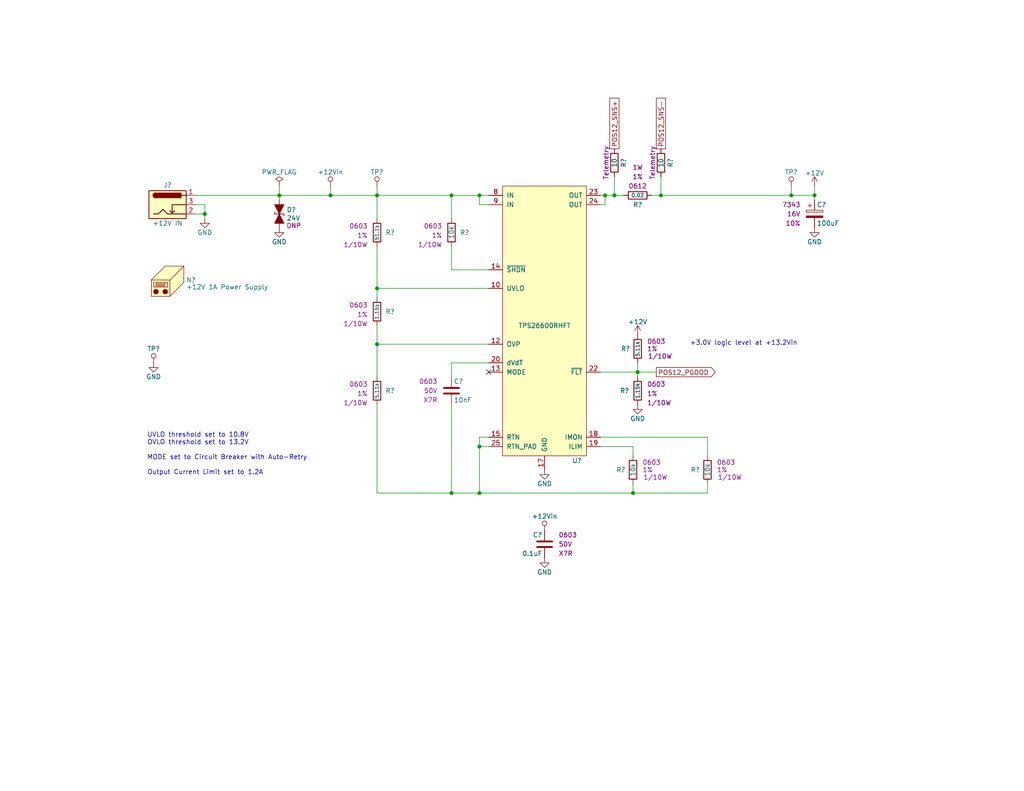
<source format=kicad_sch>
(kicad_sch (version 20230121) (generator eeschema)
  (paper "A")
  (title_block (title "Thermal Camera") (date "2023-11-13") (rev "PRELIM") (company "Drew Maatman and Michael Laffin"))
  (lib_symbols
    (symbol "Connector:Barrel_Jack_Switch" (pin_names hide)
      (property "Reference" "J" (at 0 5.334 0))
      (property "Value" "Barrel_Jack_Switch" (at 0 -5.08 0))
      (symbol "Barrel_Jack_Switch_0_1"
        (rectangle (start -5.08 3.81) (end 5.08 -3.81) (stroke (width 0.254)) (fill (type background)))
        (arc (start -3.302 3.175) (mid -3.9343 2.54) (end -3.302 1.905) (stroke (width 0.254)))
        (arc (start -3.302 3.175) (mid -3.9343 2.54) (end -3.302 1.905) (stroke (width 0.254)) (fill (type outline)))
        (polyline (pts (xy 1.27 -2.286) (xy 1.905 -1.651)) (stroke (width 0.254)))
        (polyline (pts (xy 5.08 2.54) (xy 3.81 2.54)) (stroke (width 0.254)))
        (polyline (pts (xy 5.08 0) (xy 1.27 0) (xy 1.27 -2.286) (xy 0.635 -1.651)) (stroke (width 0.254)))
        (polyline (pts (xy -3.81 -2.54) (xy -2.54 -2.54) (xy -1.27 -1.27) (xy 0 -2.54) (xy 2.54 -2.54) (xy 5.08 -2.54)) (stroke (width 0.254)))
        (rectangle (start 3.683 3.175) (end -3.302 1.905) (stroke (width 0.254)) (fill (type outline)))
      )
      (symbol "Barrel_Jack_Switch_1_1"
        (pin passive line (at 7.62 2.54 180) (length 2.54) (name "~") (number "1"))
        (pin passive line (at 7.62 -2.54 180) (length 2.54) (name "~") (number "2"))
        (pin passive line (at 7.62 0 180) (length 2.54) (name "~") (number "3"))
      )
    )
    (symbol "Custom_Library:+12Vin" (power) (pin_names (offset 0))
      (property "Value" "+12Vin" (at 0 3.81 0))
      (symbol "+12Vin_0_1"
        (polyline (pts (xy 0 0) (xy 0 1.27)))
        (circle (center 0 1.905) (radius 0.635))
      )
      (symbol "+12Vin_1_1"
        (pin power_in line (at 0 0 90) (length 0) hide (name "+12Vin") (number "1"))
      )
    )
    (symbol "Custom_Library:CP_Tant_Custom" (pin_numbers hide) (pin_names (offset 0.254))
      (property "Reference" "C" (at 0.635 2.54 0))
      (property "Value" "CP_Tant_Custom" (at 0.635 -2.54 0))
      (property "display_footprint" "Foot" (at -3.81 2.54 0))
      (property "Voltage" "V" (at -3.81 0 0))
      (property "Tolerance" "Tol" (at -3.81 -2.54 0))
      (symbol "CP_Tant_Custom_0_1"
        (rectangle (start -2.286 0.508) (end -2.286 1.016))
        (rectangle (start -2.286 0.508) (end 2.286 0.508))
        (polyline (pts (xy -1.778 2.286) (xy -0.762 2.286)))
        (polyline (pts (xy -1.27 2.794) (xy -1.27 1.778)))
        (rectangle (start 2.286 -0.508) (end -2.286 -1.016) (fill (type outline)))
        (rectangle (start 2.286 1.016) (end -2.286 1.016))
        (rectangle (start 2.286 1.016) (end 2.286 0.508))
      )
      (symbol "CP_Tant_Custom_1_1"
        (pin passive line (at 0 3.81 270) (length 2.794) (name "~") (number "1"))
        (pin passive line (at 0 -3.81 90) (length 2.794) (name "~") (number "2"))
      )
    )
    (symbol "Custom_Library:C_Custom" (pin_numbers hide) (pin_names (offset 0.254))
      (property "Reference" "C" (at 0.635 2.54 0))
      (property "Value" "C_Custom" (at 0.635 -2.54 0))
      (property "display_footprint" "Foot" (at -3.81 2.54 0))
      (property "Voltage" "V" (at -3.81 0 0))
      (property "Dielectric" "Er" (at -3.81 -2.54 0))
      (symbol "C_Custom_0_1"
        (polyline (pts (xy -2.032 -0.762) (xy 2.032 -0.762)) (stroke (width 0.508)))
        (polyline (pts (xy -2.032 0.762) (xy 2.032 0.762)) (stroke (width 0.508)))
      )
      (symbol "C_Custom_1_1"
        (pin passive line (at 0 3.81 270) (length 2.794) (name "~") (number "1"))
        (pin passive line (at 0 -3.81 90) (length 2.794) (name "~") (number "2"))
      )
    )
    (symbol "Custom_Library:R_Custom" (pin_numbers hide) (pin_names (offset 1.016) hide)
      (property "Reference" "R" (at -2.54 0 90))
      (property "Value" "R_Custom" (at 0 0 90))
      (property "display_footprint" "Foot" (at 2.54 0 90))
      (property "Tolerance" "Tol" (at 5.08 0 90))
      (property "Wattage" "W" (at 7.62 0 90))
      (symbol "R_Custom_0_1"
        (rectangle (start 1.016 2.54) (end -1.016 -2.54) (stroke (width 0.254)))
      )
      (symbol "R_Custom_1_1"
        (pin passive line (at 0 3.81 270) (length 1.27) (name "1") (number "1"))
        (pin passive line (at 0 -3.81 90) (length 1.27) (name "2") (number "2"))
      )
    )
    (symbol "Custom_Library:TP" (pin_numbers hide) (pin_names (offset 0) hide)
      (property "Reference" "TP" (at 0 3.81 0))
      (symbol "TP_0_1"
        (polyline (pts (xy 0 0) (xy 0 1.27)))
        (circle (center 0 1.905) (radius 0.635))
      )
      (symbol "TP_1_1"
        (pin passive line (at 0 0 90) (length 0) (name "TP") (number "1"))
      )
    )
    (symbol "Custom_Library:TPS26600RHFT" (pin_names (offset 1.016))
      (property "Reference" "U" (at 10.16 -36.83 0))
      (property "Value" "TPS26600RHFT" (at 0 0 0))
      (symbol "TPS26600RHFT_0_1"
        (rectangle (start -11.43 38.1) (end 11.43 -35.56) (fill (type background)))
      )
      (symbol "TPS26600RHFT_1_1"
        (pin no_connect line (at 15.24 -16.51 180) (length 3.81) hide (name "NC") (number "1"))
        (pin passive line (at -15.24 10.16 0) (length 3.81) (name "UVLO") (number "10"))
        (pin no_connect line (at 15.24 -25.4 180) (length 3.81) hide (name "NC") (number "11"))
        (pin passive line (at -15.24 -5.08 0) (length 3.81) (name "OVP") (number "12"))
        (pin passive line (at -15.24 -12.7 0) (length 3.81) (name "MODE") (number "13"))
        (pin input line (at -15.24 15.24 0) (length 3.81) (name "~{SHDN}") (number "14"))
        (pin passive line (at -15.24 -30.48 0) (length 3.81) (name "RTN") (number "15"))
        (pin no_connect line (at 15.24 -26.67 180) (length 3.81) hide (name "NC") (number "16"))
        (pin power_in line (at 0 -39.37 90) (length 3.81) (name "GND") (number "17"))
        (pin passive line (at 15.24 -30.48 180) (length 3.81) (name "IMON") (number "18"))
        (pin passive line (at 15.24 -33.02 180) (length 3.81) (name "ILIM") (number "19"))
        (pin no_connect line (at 15.24 -17.78 180) (length 3.81) hide (name "NC") (number "2"))
        (pin passive line (at -15.24 -10.16 0) (length 3.81) (name "dVdT") (number "20"))
        (pin no_connect line (at 15.24 -27.94 180) (length 3.81) hide (name "NC") (number "21"))
        (pin open_collector line (at 15.24 -12.7 180) (length 3.81) (name "~{FLT}") (number "22"))
        (pin power_out line (at 15.24 35.56 180) (length 3.81) (name "OUT") (number "23"))
        (pin passive line (at 15.24 33.02 180) (length 3.81) (name "OUT") (number "24"))
        (pin passive line (at -15.24 -33.02 0) (length 3.81) (name "RTN_PAD") (number "25"))
        (pin no_connect line (at 15.24 -19.05 180) (length 3.81) hide (name "NC") (number "3"))
        (pin no_connect line (at 15.24 -21.59 180) (length 3.81) hide (name "NC") (number "4"))
        (pin no_connect line (at 15.24 -20.32 180) (length 3.81) hide (name "NC") (number "5"))
        (pin no_connect line (at 15.24 -22.86 180) (length 3.81) hide (name "NC") (number "6"))
        (pin no_connect line (at 15.24 -24.13 180) (length 3.81) hide (name "NC") (number "7"))
        (pin power_in line (at -15.24 35.56 0) (length 3.81) (name "IN") (number "8"))
        (pin power_in line (at -15.24 33.02 0) (length 3.81) (name "IN") (number "9"))
      )
    )
    (symbol "Custom_Library:TP_Pad" (pin_numbers hide) (pin_names (offset 0) hide)
      (property "Reference" "TP" (at 0 3.81 0))
      (symbol "TP_Pad_0_1"
        (polyline (pts (xy 0 0) (xy 0 1.27)))
        (circle (center 0 1.905) (radius 0.635))
      )
      (symbol "TP_Pad_1_1"
        (pin passive line (at 0 0 90) (length 0) (name "TP") (number "1"))
      )
    )
    (symbol "Device:D_TVS_ALT" (pin_numbers hide) (pin_names (offset 1.016) hide)
      (property "Reference" "D" (at 0 2.54 0))
      (property "Value" "Device_D_TVS_ALT" (at 0 -2.54 0))
      (symbol "D_TVS_ALT_0_1"
        (polyline (pts (xy 1.27 0) (xy -1.27 0)))
        (polyline (pts (xy -2.54 -1.27) (xy 0 0) (xy -2.54 1.27) (xy -2.54 -1.27)) (stroke (width 0.2032)) (fill (type outline)))
        (polyline (pts (xy 0.508 1.27) (xy 0 1.27) (xy 0 -1.27) (xy -0.508 -1.27)) (stroke (width 0.2032)))
        (polyline (pts (xy 2.54 1.27) (xy 2.54 -1.27) (xy 0 0) (xy 2.54 1.27)) (stroke (width 0.2032)) (fill (type outline)))
      )
      (symbol "D_TVS_ALT_1_1"
        (pin passive line (at -3.81 0 0) (length 2.54) (name "A1") (number "1"))
        (pin passive line (at 3.81 0 180) (length 2.54) (name "A2") (number "2"))
      )
    )
    (symbol "Mechanical:Housing" (pin_names (offset 1.016))
      (property "Reference" "N" (at 3.81 0 0))
      (property "Value" "Housing" (at 3.81 -1.905 0))
      (symbol "Housing_0_1"
        (rectangle (start -5.08 -0.635) (end -1.27 -1.905))
        (circle (center -4.445 -3.175) (radius 0.635) (fill (type outline)))
        (circle (center -1.905 -3.175) (radius 0.635) (fill (type outline)))
        (polyline (pts (xy -4.5212 -1.5748) (xy -4.4704 -1.3716)))
        (polyline (pts (xy -4.4196 -1.6764) (xy -4.064 -1.6764)))
        (polyline (pts (xy -4.4196 -1.2192) (xy -4.3688 -0.9652)))
        (polyline (pts (xy -4.318 -1.3208) (xy -4.0132 -1.3208)))
        (polyline (pts (xy -4.2164 -0.9144) (xy -3.9116 -0.9144)))
        (polyline (pts (xy -3.9116 -1.6256) (xy -3.8608 -1.3716)))
        (polyline (pts (xy -3.81 -1.2192) (xy -3.7592 -0.9652)))
        (polyline (pts (xy -3.6068 -1.5748) (xy -3.556 -1.3716)))
        (polyline (pts (xy -3.5052 -1.6764) (xy -3.1496 -1.6764)))
        (polyline (pts (xy -3.5052 -1.2192) (xy -3.4544 -0.9652)))
        (polyline (pts (xy -3.4036 -1.3208) (xy -3.0988 -1.3208)))
        (polyline (pts (xy -3.302 -0.9144) (xy -2.9972 -0.9144)))
        (polyline (pts (xy -2.9972 -1.6256) (xy -2.9464 -1.3716)))
        (polyline (pts (xy -2.8956 -1.2192) (xy -2.8448 -0.9652)))
        (polyline (pts (xy -2.6924 -1.5748) (xy -2.6416 -1.3716)))
        (polyline (pts (xy -2.5908 -1.6764) (xy -2.2352 -1.6764)))
        (polyline (pts (xy -2.5908 -1.2192) (xy -2.54 -0.9652)))
        (polyline (pts (xy -2.4892 -1.3208) (xy -2.1844 -1.3208)))
        (polyline (pts (xy -2.3876 -0.9144) (xy -2.0828 -0.9144)))
        (polyline (pts (xy -2.0828 -1.6256) (xy -2.032 -1.3716)))
        (polyline (pts (xy -1.9812 -1.2192) (xy -1.9304 -0.9652)))
        (polyline (pts (xy -0.635 0) (xy -0.635 -4.445)))
        (polyline (pts (xy -5.715 0) (xy -0.635 0) (xy 3.175 3.81)))
        (polyline (pts (xy -5.715 0) (xy -5.715 -4.445) (xy -0.635 -4.445) (xy 3.175 -0.635) (xy 3.175 3.81) (xy -1.905 3.81) (xy -5.715 0)) (fill (type background)))
      )
    )
    (symbol "power:+12V" (power) (pin_names (offset 0))
      (property "Value" "+12V" (at 0 3.556 0))
      (symbol "+12V_0_1"
        (polyline (pts (xy -0.762 1.27) (xy 0 2.54)))
        (polyline (pts (xy 0 0) (xy 0 2.54)))
        (polyline (pts (xy 0 2.54) (xy 0.762 1.27)))
      )
      (symbol "+12V_1_1"
        (pin power_in line (at 0 0 90) (length 0) hide (name "+12V") (number "1"))
      )
    )
    (symbol "power:GND" (power) (pin_names (offset 0))
      (property "Value" "GND" (at 0 -3.81 0))
      (symbol "GND_0_1"
        (polyline (pts (xy 0 0) (xy 0 -1.27) (xy 1.27 -1.27) (xy 0 -2.54) (xy -1.27 -1.27) (xy 0 -1.27)))
      )
      (symbol "GND_1_1"
        (pin power_in line (at 0 0 270) (length 0) hide (name "GND") (number "1"))
      )
    )
    (symbol "power:PWR_FLAG" (power) (pin_numbers hide) (pin_names (offset 0) hide)
      (property "Value" "PWR_FLAG" (at 0 3.81 0))
      (symbol "PWR_FLAG_0_0"
        (pin power_out line (at 0 0 90) (length 0) (name "pwr") (number "1"))
      )
      (symbol "PWR_FLAG_0_1"
        (polyline (pts (xy 0 0) (xy 0 1.27) (xy -1.016 1.905) (xy 0 2.54) (xy 1.016 1.905) (xy 0 1.27)))
      )
    )
  )
  (junction (at 180.34 53.34))
  (junction (at 130.81 53.34))
  (junction (at 102.87 93.98))
  (junction (at 76.2 53.34))
  (junction (at 172.72 134.62))
  (junction (at 167.64 53.34))
  (junction (at 215.9 53.34))
  (junction (at 90.17 53.34))
  (junction (at 102.87 53.34))
  (junction (at 123.19 134.62))
  (junction (at 123.19 53.34))
  (junction (at 102.87 78.74))
  (junction (at 222.25 53.34))
  (junction (at 165.1 53.34))
  (junction (at 55.88 58.42))
  (junction (at 130.81 134.62))
  (junction (at 130.81 121.92))
  (junction (at 173.99 101.6))
  (no_connect (at 133.35 101.6))
  (wire (pts (xy 123.19 53.34) (xy 102.87 53.34)))
  (wire (pts (xy 133.35 119.38) (xy 130.81 119.38)))
  (wire (pts (xy 167.64 53.34) (xy 170.18 53.34)))
  (wire (pts (xy 180.34 53.34) (xy 215.9 53.34)))
  (wire (pts (xy 102.87 78.74) (xy 102.87 81.28)))
  (wire (pts (xy 130.81 55.88) (xy 130.81 53.34)))
  (wire (pts (xy 123.19 134.62) (xy 130.81 134.62)))
  (wire (pts (xy 193.04 124.46) (xy 193.04 119.38)))
  (wire (pts (xy 130.81 119.38) (xy 130.81 121.92)))
  (wire (pts (xy 123.19 59.69) (xy 123.19 53.34)))
  (wire (pts (xy 90.17 53.34) (xy 76.2 53.34)))
  (wire (pts (xy 130.81 121.92) (xy 133.35 121.92)))
  (wire (pts (xy 133.35 53.34) (xy 130.81 53.34)))
  (wire (pts (xy 180.34 48.26) (xy 180.34 53.34)))
  (wire (pts (xy 102.87 110.49) (xy 102.87 134.62)))
  (wire (pts (xy 167.64 53.34) (xy 165.1 53.34)))
  (wire (pts (xy 193.04 134.62) (xy 172.72 134.62)))
  (wire (pts (xy 102.87 53.34) (xy 90.17 53.34)))
  (wire (pts (xy 179.07 101.6) (xy 173.99 101.6)))
  (wire (pts (xy 102.87 102.87) (xy 102.87 93.98)))
  (wire (pts (xy 172.72 132.08) (xy 172.72 134.62)))
  (wire (pts (xy 130.81 53.34) (xy 123.19 53.34)))
  (wire (pts (xy 123.19 110.49) (xy 123.19 134.62)))
  (wire (pts (xy 165.1 53.34) (xy 163.83 53.34)))
  (wire (pts (xy 55.88 59.69) (xy 55.88 58.42)))
  (wire (pts (xy 133.35 78.74) (xy 102.87 78.74)))
  (wire (pts (xy 193.04 132.08) (xy 193.04 134.62)))
  (wire (pts (xy 102.87 50.8) (xy 102.87 53.34)))
  (wire (pts (xy 173.99 102.87) (xy 173.99 101.6)))
  (wire (pts (xy 222.25 50.8) (xy 222.25 53.34)))
  (wire (pts (xy 167.64 48.26) (xy 167.64 53.34)))
  (wire (pts (xy 102.87 59.69) (xy 102.87 53.34)))
  (wire (pts (xy 222.25 54.61) (xy 222.25 53.34)))
  (wire (pts (xy 172.72 134.62) (xy 130.81 134.62)))
  (wire (pts (xy 172.72 124.46) (xy 172.72 121.92)))
  (wire (pts (xy 55.88 58.42) (xy 55.88 55.88)))
  (wire (pts (xy 215.9 53.34) (xy 222.25 53.34)))
  (wire (pts (xy 177.8 53.34) (xy 180.34 53.34)))
  (wire (pts (xy 55.88 55.88) (xy 53.34 55.88)))
  (wire (pts (xy 123.19 73.66) (xy 123.19 67.31)))
  (wire (pts (xy 102.87 93.98) (xy 102.87 88.9)))
  (wire (pts (xy 163.83 55.88) (xy 165.1 55.88)))
  (wire (pts (xy 90.17 50.8) (xy 90.17 53.34)))
  (wire (pts (xy 76.2 54.61) (xy 76.2 53.34)))
  (wire (pts (xy 102.87 67.31) (xy 102.87 78.74)))
  (wire (pts (xy 53.34 53.34) (xy 76.2 53.34)))
  (wire (pts (xy 133.35 55.88) (xy 130.81 55.88)))
  (wire (pts (xy 193.04 119.38) (xy 163.83 119.38)))
  (wire (pts (xy 173.99 101.6) (xy 173.99 99.06)))
  (wire (pts (xy 133.35 73.66) (xy 123.19 73.66)))
  (wire (pts (xy 215.9 50.8) (xy 215.9 53.34)))
  (wire (pts (xy 133.35 93.98) (xy 102.87 93.98)))
  (wire (pts (xy 130.81 134.62) (xy 130.81 121.92)))
  (wire (pts (xy 102.87 134.62) (xy 123.19 134.62)))
  (wire (pts (xy 165.1 55.88) (xy 165.1 53.34)))
  (wire (pts (xy 123.19 99.06) (xy 133.35 99.06)))
  (wire (pts (xy 55.88 58.42) (xy 53.34 58.42)))
  (wire (pts (xy 76.2 50.8) (xy 76.2 53.34)))
  (wire (pts (xy 172.72 121.92) (xy 163.83 121.92)))
  (wire (pts (xy 163.83 101.6) (xy 173.99 101.6)))
  (wire (pts (xy 123.19 102.87) (xy 123.19 99.06)))
  (text "UVLO threshold set to 10.8V\nOVLO threshold set to 13.2V\n\nMODE set to Circuit Breaker with Auto-Retry\n\nOutput Current Limit set to 1.2A" (at 40.132 129.794 0) (effects (font (size 1.27 1.27)) (justify left bottom)))
  (text "+3.0V logic level at +13.2Vin" (at 188.214 94.488 0) (effects (font (size 1.27 1.27)) (justify left bottom)))
  (global_label "POS12_PGOOD" (shape output) (at 179.07 101.6 0) (property "Intersheetrefs" "${INTERSHEET_REFS}" (effects hide)))
  (global_label "POS12_SNS-" (shape passive) (at 180.34 40.64 90) (property "Intersheetrefs" "${INTERSHEET_REFS}" (effects hide)))
  (global_label "POS12_SNS+" (shape passive) (at 167.64 40.64 90) (property "Intersheetrefs" "${INTERSHEET_REFS}" (effects hide)))
  (symbol (lib_id "Custom_Library:R_Custom") (at 180.34 44.45 0) (mirror y) (unit 1)
    (property "Reference" "R?" (at 182.88 44.45 90))
    (property "Value" "10" (at 180.34 44.45 90))
    (property "Footprint" "Resistors_SMD:R_0603" (effects hide))
    (property "display_footprint" "0603" (effects hide))
    (property "Tolerance" "1%" (effects hide))
    (property "Wattage" "1/10W" (effects hide))
    (property "Digi-Key PN" "541-10.0HCT-ND" (effects hide))
    (property "Configuration" "Telemetry" (at 178.054 44.45 90))
    (instances (project "Nixie_Clock_Core" (path "" (reference "R?") (unit 1)) (path "" (reference "R208") (unit 1))) (project "LED_Panel_Controller" (path "" (reference "R?") (unit 1)) (path "" (reference "R?") (unit 1)) (path "" (reference "R?") (unit 1)) (path "" (reference "R?") (unit 1)) (path "" (reference "R?") (unit 1)) (path "" (reference "R?") (unit 1)) (path "" (reference "R?") (unit 1)) (path "" (reference "R?") (unit 1)) (path "" (reference "R?") (unit 1))) (project "Thermal_Camera" (path "" (reference "R?") (unit 1))))
  )
  (symbol (lib_id "power:GND") (at 148.59 128.27 0) (unit 1)
    (property "Reference" "#PWR0205" (effects hide))
    (property "Value" "GND" (at 148.59 132.08 0))
    (instances (project "Thermal_Camera" (path "" (reference "#PWR0205") (unit 1))) (project "Analog_Clock" (path "" (reference "#PWR?") (unit 1))) (project "USB_Hub" (path "" (reference "#PWR0205") (unit 1))))
  )
  (symbol (lib_id "Custom_Library:R_Custom") (at 102.87 85.09 0) (mirror y) (unit 1)
    (property "Reference" "R?" (at 105.156 85.09 0) (effects (justify right)))
    (property "Value" "1.15k" (at 102.87 85.09 90) (effects (font (size 1.016 1.016))))
    (property "Footprint" "Resistors_SMD:R_0603" (effects hide))
    (property "display_footprint" "0603" (at 100.33 83.312 0) (effects (justify left)))
    (property "Tolerance" "1%" (at 100.33 85.852 0) (effects (justify left)))
    (property "Wattage" "1/10W" (at 100.33 88.392 0) (effects (justify left)))
    (property "Digi-Key PN" "541-1.15KHCT-ND" (effects hide))
    (instances (project "Thermal_Camera" (path "" (reference "R?") (unit 1))) (project "Analog_Clock" (path "" (reference "R?") (unit 1)) (path "" (reference "R?") (unit 1)) (path "" (reference "R?") (unit 1)) (path "" (reference "R?") (unit 1))) (project "USB_Hub" (path "" (reference "R202") (unit 1))))
  )
  (symbol (lib_id "Custom_Library:C_Custom") (at 148.59 148.59 0) (mirror y) (unit 1)
    (property "Reference" "C?" (at 147.955 146.05 0) (effects (justify left)))
    (property "Value" "0.1uF" (at 147.955 151.13 0) (effects (justify left)))
    (property "Footprint" "Capacitors_SMD:C_0603" (effects hide))
    (property "Digi-Key PN" "1276-1935-1-ND" (effects hide))
    (property "display_footprint" "0603" (at 152.4 146.05 0) (effects (justify right)))
    (property "Voltage" "50V" (at 152.4 148.59 0) (effects (justify right)))
    (property "Dielectric" "X7R" (at 152.4 151.13 0) (effects (justify right)))
    (instances (project "Thermal_Camera" (path "" (reference "C?") (unit 1))) (project "LED_Panel_Controller" (path "" (reference "C?") (unit 1)) (path "" (reference "C?") (unit 1)) (path "" (reference "C?") (unit 1)) (path "" (reference "C?") (unit 1)) (path "" (reference "C?") (unit 1)) (path "" (reference "C?") (unit 1)) (path "" (reference "C?") (unit 1)) (path "" (reference "C?") (unit 1)) (path "" (reference "C?") (unit 1))) (project "USB_Hub" (path "" (reference "C?") (unit 1)) (path "" (reference "C202") (unit 1))))
  )
  (symbol (lib_id "Custom_Library:TPS26600RHFT") (at 148.59 88.9 0) (unit 1)
    (property "Reference" "U?" (at 158.75 125.73 0) (effects (justify right)))
    (property "Value" "TPS26600RHFT" (at 148.59 88.9 0))
    (property "Footprint" "Housings_DFN_QFN:QFN-24-1EP_4x5mm_Pitch0.5mm" (effects hide))
    (property "Datasheet" "http://www.ti.com/lit/ds/symlink/tps2660.pdf" (effects hide))
    (property "Digi-Key PN" "296-45478-1-ND" (effects hide))
    (instances (project "Thermal_Camera" (path "" (reference "U?") (unit 1))) (project "Analog_Clock" (path "" (reference "U?") (unit 1))) (project "USB_Hub" (path "" (reference "U201") (unit 1))))
  )
  (symbol (lib_id "Custom_Library:+12Vin") (at 148.59 144.78 0) (unit 1)
    (property "Reference" "#PWR0206" (effects hide))
    (property "Value" "+12Vin" (at 148.59 140.97 0))
    (instances (project "Thermal_Camera" (path "" (reference "#PWR0206") (unit 1))) (project "Analog_Clock" (path "" (reference "#PWR?") (unit 1))) (project "USB_Hub" (path "" (reference "#PWR0206") (unit 1))))
  )
  (symbol (lib_id "Custom_Library:C_Custom") (at 123.19 106.68 0) (unit 1)
    (property "Reference" "C?" (at 123.825 104.14 0) (effects (justify left)))
    (property "Value" "10nF" (at 123.825 109.22 0) (effects (justify left)))
    (property "Footprint" "Capacitors_SMD:C_0603" (effects hide))
    (property "display_footprint" "0603" (at 119.38 104.14 0) (effects (justify right)))
    (property "Voltage" "50V" (at 119.38 106.68 0) (effects (justify right)))
    (property "Dielectric" "X7R" (at 119.38 109.22 0) (effects (justify right)))
    (property "Digi-Key PN" "399-7842-1-ND" (effects hide))
    (instances (project "Thermal_Camera" (path "" (reference "C?") (unit 1))) (project "Analog_Clock" (path "" (reference "C?") (unit 1)) (path "" (reference "C?") (unit 1)) (path "" (reference "C?") (unit 1)) (path "" (reference "C?") (unit 1)) (path "" (reference "C?") (unit 1)) (path "" (reference "C?") (unit 1)) (path "" (reference "C?") (unit 1))) (project "USB_Hub" (path "" (reference "C201") (unit 1))))
  )
  (symbol (lib_id "Mechanical:Housing") (at 46.99 76.454 0) (unit 1)
    (property "Reference" "N?" (at 50.8 76.454 0) (effects (justify left)))
    (property "Value" "+12V 1A Power Supply" (at 50.8 78.359 0) (effects (justify left)))
    (property "Digi-Key PN" "993-1335-ND" (effects hide))
    (instances (project "Thermal_Camera" (path "" (reference "N?") (unit 1))) (project "Analog_Clock" (path "" (reference "N?") (unit 1))) (project "USB_Hub" (path "" (reference "N201") (unit 1))))
  )
  (symbol (lib_id "Custom_Library:CP_Tant_Custom") (at 222.25 58.42 0) (unit 1)
    (property "Reference" "C?" (at 222.885 55.88 0) (effects (justify left)))
    (property "Value" "100uF" (at 222.885 60.96 0) (effects (justify left)))
    (property "Footprint" "Capacitor_Tantalum_SMD:CP_EIA-7343-43_Kemet-X" (effects hide))
    (property "Digi-Key PN" "718-1102-1-ND" (effects hide))
    (property "display_footprint" "7343" (at 218.44 55.88 0) (effects (justify right)))
    (property "Voltage" "16V" (at 218.44 58.42 0) (effects (justify right)))
    (property "Tolerance" "10%" (at 218.44 60.96 0) (effects (justify right)))
    (instances (project "Thermal_Camera" (path "" (reference "C?") (unit 1))) (project "Analog_Clock" (path "" (reference "C?") (unit 1))) (project "USB_Hub" (path "" (reference "C203") (unit 1))))
  )
  (symbol (lib_id "Custom_Library:R_Custom") (at 102.87 106.68 0) (mirror y) (unit 1)
    (property "Reference" "R?" (at 105.156 106.68 0) (effects (justify right)))
    (property "Value" "5.11k" (at 102.87 106.68 90) (effects (font (size 1.016 1.016))))
    (property "Footprint" "Resistors_SMD:R_0603" (effects hide))
    (property "display_footprint" "0603" (at 100.33 104.902 0) (effects (justify left)))
    (property "Tolerance" "1%" (at 100.33 107.442 0) (effects (justify left)))
    (property "Wattage" "1/10W" (at 100.33 109.982 0) (effects (justify left)))
    (property "Digi-Key PN" "541-5.11KHCT-ND" (effects hide))
    (instances (project "Thermal_Camera" (path "" (reference "R?") (unit 1))) (project "Analog_Clock" (path "" (reference "R?") (unit 1)) (path "" (reference "R?") (unit 1)) (path "" (reference "R?") (unit 1)) (path "" (reference "R?") (unit 1))) (project "USB_Hub" (path "" (reference "R203") (unit 1))))
  )
  (symbol (lib_id "Connector:Barrel_Jack_Switch") (at 45.72 55.88 0) (unit 1)
    (property "Reference" "J?" (at 45.72 50.546 0))
    (property "Value" "+12V IN" (at 45.72 60.96 0))
    (property "Footprint" "Connectors:BARREL_JACK" (effects hide))
    (instances (project "Thermal_Camera" (path "" (reference "J?") (unit 1))) (project "Analog_Clock" (path "" (reference "J?") (unit 1))) (project "USB_Hub" (path "" (reference "J201") (unit 1))))
  )
  (symbol (lib_id "power:+12V") (at 222.25 50.8 0) (unit 1)
    (property "Reference" "#PWR0210" (effects hide))
    (property "Value" "+12V" (at 222.25 47.244 0))
    (instances (project "Thermal_Camera" (path "" (reference "#PWR0210") (unit 1))) (project "Analog_Clock" (path "" (reference "#PWR?") (unit 1))) (project "USB_Hub" (path "" (reference "#PWR0210") (unit 1))))
  )
  (symbol (lib_id "Custom_Library:TP") (at 41.91 99.06 0) (unit 1)
    (property "Reference" "TP?" (at 41.91 95.25 0))
    (property "Value" "TP" (effects hide))
    (property "Footprint" "Connector_PinHeader_2.54mm:PinHeader_1x01_P2.54mm_Horizontal" (effects hide))
    (instances (project "Thermal_Camera" (path "" (reference "TP?") (unit 1))) (project "Analog_Clock" (path "" (reference "TP?") (unit 1))) (project "USB_Hub" (path "" (reference "TP201") (unit 1))))
  )
  (symbol (lib_id "power:PWR_FLAG") (at 76.2 50.8 0) (unit 1)
    (property "Reference" "#FLG0201" (effects hide))
    (property "Value" "PWR_FLAG" (at 76.2 46.99 0))
    (instances (project "Thermal_Camera" (path "" (reference "#FLG0201") (unit 1))) (project "Analog_Clock" (path "" (reference "#FLG?") (unit 1))) (project "USB_Hub" (path "" (reference "#FLG0201") (unit 1))))
  )
  (symbol (lib_id "Custom_Library:R_Custom") (at 102.87 63.5 0) (mirror y) (unit 1)
    (property "Reference" "R?" (at 105.156 63.5 0) (effects (justify right)))
    (property "Value" "51.1k" (at 102.87 63.5 90) (effects (font (size 1.016 1.016))))
    (property "Footprint" "Resistors_SMD:R_0603" (effects hide))
    (property "display_footprint" "0603" (at 100.33 61.722 0) (effects (justify left)))
    (property "Tolerance" "1%" (at 100.33 64.262 0) (effects (justify left)))
    (property "Wattage" "1/10W" (at 100.33 66.802 0) (effects (justify left)))
    (property "Digi-Key PN" "541-3009-1-ND" (effects hide))
    (instances (project "Thermal_Camera" (path "" (reference "R?") (unit 1))) (project "Analog_Clock" (path "" (reference "R?") (unit 1)) (path "" (reference "R?") (unit 1)) (path "" (reference "R?") (unit 1)) (path "" (reference "R?") (unit 1))) (project "USB_Hub" (path "" (reference "R201") (unit 1))))
  )
  (symbol (lib_id "power:+12V") (at 173.99 91.44 0) (unit 1)
    (property "Reference" "#PWR0208" (effects hide))
    (property "Value" "+12V" (at 173.99 87.884 0))
    (instances (project "Thermal_Camera" (path "" (reference "#PWR0208") (unit 1))) (project "Analog_Clock" (path "" (reference "#PWR?") (unit 1))) (project "USB_Hub" (path "" (reference "#PWR0208") (unit 1))))
  )
  (symbol (lib_id "Custom_Library:R_Custom") (at 123.19 63.5 0) (mirror y) (unit 1)
    (property "Reference" "R?" (at 125.476 63.5 0) (effects (justify right)))
    (property "Value" "10k" (at 123.19 65.278 90) (effects (justify left)))
    (property "Footprint" "Resistors_SMD:R_0603" (effects hide))
    (property "display_footprint" "0603" (at 120.65 61.722 0) (effects (justify left)))
    (property "Tolerance" "1%" (at 120.65 64.262 0) (effects (justify left)))
    (property "Wattage" "1/10W" (at 120.65 66.802 0) (effects (justify left)))
    (property "Digi-Key PN" "541-10.0KHCT-ND" (effects hide))
    (instances (project "Thermal_Camera" (path "" (reference "R?") (unit 1))) (project "Analog_Clock" (path "" (reference "R?") (unit 1)) (path "" (reference "R?") (unit 1)) (path "" (reference "R?") (unit 1)) (path "" (reference "R?") (unit 1))) (project "USB_Hub" (path "" (reference "R204") (unit 1))))
  )
  (symbol (lib_id "Custom_Library:TP_Pad") (at 102.87 50.8 0) (unit 1)
    (property "Reference" "TP?" (at 102.87 46.99 0))
    (property "Value" "TP" (effects hide))
    (property "Footprint" "Custom Footprints Library:Test_Point" (effects hide))
    (instances (project "Thermal_Camera" (path "" (reference "TP?") (unit 1))) (project "Analog_Clock" (path "" (reference "TP?") (unit 1))) (project "USB_Hub" (path "" (reference "TP202") (unit 1))))
  )
  (symbol (lib_id "power:GND") (at 222.25 62.23 0) (unit 1)
    (property "Reference" "#PWR0211" (effects hide))
    (property "Value" "GND" (at 222.25 66.04 0))
    (instances (project "Thermal_Camera" (path "" (reference "#PWR0211") (unit 1))) (project "Analog_Clock" (path "" (reference "#PWR?") (unit 1))) (project "USB_Hub" (path "" (reference "#PWR0211") (unit 1))))
  )
  (symbol (lib_id "Custom_Library:R_Custom") (at 173.99 106.68 0) (unit 1)
    (property "Reference" "R?" (at 171.704 106.68 0) (effects (justify right)))
    (property "Value" "1.15k" (at 173.99 106.68 90) (effects (font (size 1.016 1.016))))
    (property "Footprint" "Resistors_SMD:R_0603" (effects hide))
    (property "display_footprint" "0603" (at 176.53 104.902 0) (effects (justify left)))
    (property "Tolerance" "1%" (at 176.53 107.442 0) (effects (justify left)))
    (property "Wattage" "1/10W" (at 176.53 109.982 0) (effects (justify left)))
    (property "Digi-Key PN" "541-1.15KHCT-ND" (effects hide))
    (instances (project "Thermal_Camera" (path "" (reference "R?") (unit 1))) (project "Analog_Clock" (path "" (reference "R?") (unit 1)) (path "" (reference "R?") (unit 1)) (path "" (reference "R?") (unit 1)) (path "" (reference "R?") (unit 1))) (project "USB_Hub" (path "" (reference "R202") (unit 1))))
  )
  (symbol (lib_id "Custom_Library:R_Custom") (at 193.04 128.27 0) (unit 1)
    (property "Reference" "R?" (at 191.008 128.27 0) (effects (justify right)))
    (property "Value" "10k" (at 193.04 128.27 90))
    (property "Footprint" "Resistors_SMD:R_0603" (effects hide))
    (property "display_footprint" "0603" (at 195.58 126.238 0) (effects (justify left)))
    (property "Tolerance" "1%" (at 195.58 128.27 0) (effects (justify left)))
    (property "Wattage" "1/10W" (at 195.834 130.302 0) (effects (justify left)))
    (property "Digi-Key PN" "541-10.0KHCT-ND" (effects hide))
    (instances (project "Thermal_Camera" (path "" (reference "R?") (unit 1))) (project "Analog_Clock" (path "" (reference "R?") (unit 1)) (path "" (reference "R?") (unit 1)) (path "" (reference "R?") (unit 1)) (path "" (reference "R?") (unit 1)) (path "" (reference "R?") (unit 1)) (path "" (reference "R?") (unit 1)) (path "" (reference "R?") (unit 1)) (path "" (reference "R?") (unit 1)) (path "" (reference "R?") (unit 1)) (path "" (reference "R?") (unit 1)) (path "" (reference "R?") (unit 1)) (path "" (reference "R?") (unit 1))) (project "USB_Hub" (path "" (reference "R208") (unit 1))))
  )
  (symbol (lib_id "Custom_Library:R_Custom") (at 172.72 128.27 0) (unit 1)
    (property "Reference" "R?" (at 170.688 128.27 0) (effects (justify right)))
    (property "Value" "10k" (at 172.72 128.27 90))
    (property "Footprint" "Resistors_SMD:R_0603" (effects hide))
    (property "display_footprint" "0603" (at 175.26 126.238 0) (effects (justify left)))
    (property "Tolerance" "1%" (at 175.26 128.27 0) (effects (justify left)))
    (property "Wattage" "1/10W" (at 175.514 130.302 0) (effects (justify left)))
    (property "Digi-Key PN" "541-10.0KHCT-ND" (effects hide))
    (instances (project "Thermal_Camera" (path "" (reference "R?") (unit 1))) (project "Analog_Clock" (path "" (reference "R?") (unit 1)) (path "" (reference "R?") (unit 1)) (path "" (reference "R?") (unit 1)) (path "" (reference "R?") (unit 1)) (path "" (reference "R?") (unit 1)) (path "" (reference "R?") (unit 1)) (path "" (reference "R?") (unit 1)) (path "" (reference "R?") (unit 1)) (path "" (reference "R?") (unit 1)) (path "" (reference "R?") (unit 1)) (path "" (reference "R?") (unit 1)) (path "" (reference "R?") (unit 1))) (project "USB_Hub" (path "" (reference "R205") (unit 1))))
  )
  (symbol (lib_id "Device:D_TVS_ALT") (at 76.2 58.42 270) (unit 1)
    (property "Reference" "D?" (at 78.2066 57.2516 90) (effects (justify left)))
    (property "Value" "24V" (at 78.2066 59.563 90) (effects (justify left)))
    (property "Footprint" "Diodes_SMD:D_SMA" (effects hide))
    (property "Digi-Key PN" "SMAJ24CALFCT-ND" (effects hide))
    (property "Configuration" "DNP" (at 78.105 61.595 90) (effects (justify left)))
    (instances (project "Thermal_Camera" (path "" (reference "D?") (unit 1))) (project "Analog_Clock" (path "" (reference "D?") (unit 1))) (project "USB_Hub" (path "" (reference "D201") (unit 1))))
  )
  (symbol (lib_id "power:GND") (at 173.99 110.49 0) (unit 1)
    (property "Reference" "#PWR0209" (effects hide))
    (property "Value" "GND" (at 173.99 114.3 0))
    (instances (project "Thermal_Camera" (path "" (reference "#PWR0209") (unit 1))) (project "Analog_Clock" (path "" (reference "#PWR?") (unit 1))) (project "USB_Hub" (path "" (reference "#PWR0209") (unit 1))))
  )
  (symbol (lib_id "Custom_Library:R_Custom") (at 173.99 53.34 90) (unit 1)
    (property "Reference" "R?" (at 173.99 55.88 90))
    (property "Value" "0.02" (at 173.99 53.34 90) (effects (font (size 1.016 1.016))))
    (property "Footprint" "Resistors_SMD:R_0612" (effects hide))
    (property "Digi-Key PN" "P16010CT-ND" (effects hide))
    (property "display_footprint" "0612" (at 173.99 50.8 90))
    (property "Tolerance" "1%" (at 173.99 48.26 90))
    (property "Wattage" "1W" (at 173.99 45.72 90))
    (instances (project "Nixie_Clock_Core" (path "" (reference "R?") (unit 1)) (path "" (reference "R206") (unit 1))) (project "LED_Panel_Controller" (path "" (reference "R?") (unit 1)) (path "" (reference "R?") (unit 1)) (path "" (reference "R?") (unit 1)) (path "" (reference "R?") (unit 1)) (path "" (reference "R?") (unit 1)) (path "" (reference "R?") (unit 1)) (path "" (reference "R?") (unit 1)) (path "" (reference "R?") (unit 1)) (path "" (reference "R?") (unit 1))) (project "Thermal_Camera" (path "" (reference "R?") (unit 1))))
  )
  (symbol (lib_id "power:GND") (at 41.91 99.06 0) (unit 1)
    (property "Reference" "#PWR0201" (effects hide))
    (property "Value" "GND" (at 41.91 102.87 0))
    (instances (project "Thermal_Camera" (path "" (reference "#PWR0201") (unit 1))) (project "Analog_Clock" (path "" (reference "#PWR?") (unit 1))) (project "USB_Hub" (path "" (reference "#PWR0201") (unit 1))))
  )
  (symbol (lib_id "Custom_Library:R_Custom") (at 173.99 95.25 0) (unit 1)
    (property "Reference" "R?" (at 171.958 95.25 0) (effects (justify right)))
    (property "Value" "5.11k" (at 173.99 95.25 90) (effects (font (size 1.016 1.016))))
    (property "Footprint" "Resistors_SMD:R_0603" (effects hide))
    (property "display_footprint" "0603" (at 176.53 93.218 0) (effects (justify left)))
    (property "Tolerance" "1%" (at 176.53 95.25 0) (effects (justify left)))
    (property "Wattage" "1/10W" (at 176.784 97.282 0) (effects (justify left)))
    (property "Digi-Key PN" "541-13.0KHCT-ND" (effects hide))
    (instances (project "Thermal_Camera" (path "" (reference "R?") (unit 1))) (project "Analog_Clock" (path "" (reference "R?") (unit 1)) (path "" (reference "R?") (unit 1)) (path "" (reference "R?") (unit 1)) (path "" (reference "R?") (unit 1)) (path "" (reference "R?") (unit 1)) (path "" (reference "R?") (unit 1)) (path "" (reference "R?") (unit 1)) (path "" (reference "R?") (unit 1)) (path "" (reference "R?") (unit 1)) (path "" (reference "R?") (unit 1)) (path "" (reference "R?") (unit 1)) (path "" (reference "R?") (unit 1))) (project "USB_Hub" (path "" (reference "R206") (unit 1))))
  )
  (symbol (lib_id "Custom_Library:TP_Pad") (at 215.9 50.8 0) (unit 1)
    (property "Reference" "TP?" (at 215.9 46.99 0))
    (property "Value" "TP" (effects hide))
    (property "Footprint" "Custom Footprints Library:Test_Point" (effects hide))
    (instances (project "Thermal_Camera" (path "" (reference "TP?") (unit 1))) (project "Analog_Clock" (path "" (reference "TP?") (unit 1))) (project "USB_Hub" (path "" (reference "TP203") (unit 1))))
  )
  (symbol (lib_id "power:GND") (at 76.2 62.23 0) (unit 1)
    (property "Reference" "#PWR0203" (effects hide))
    (property "Value" "GND" (at 76.2 66.04 0))
    (instances (project "Thermal_Camera" (path "" (reference "#PWR0203") (unit 1))) (project "Analog_Clock" (path "" (reference "#PWR?") (unit 1))) (project "USB_Hub" (path "" (reference "#PWR0203") (unit 1))))
  )
  (symbol (lib_id "power:GND") (at 148.59 152.4 0) (unit 1)
    (property "Reference" "#PWR0207" (effects hide))
    (property "Value" "GND" (at 148.59 156.21 0))
    (instances (project "Thermal_Camera" (path "" (reference "#PWR0207") (unit 1))) (project "Analog_Clock" (path "" (reference "#PWR?") (unit 1))) (project "USB_Hub" (path "" (reference "#PWR0207") (unit 1))))
  )
  (symbol (lib_id "Custom_Library:+12Vin") (at 90.17 50.8 0) (unit 1)
    (property "Reference" "#PWR0204" (effects hide))
    (property "Value" "+12Vin" (at 90.17 46.99 0))
    (instances (project "Thermal_Camera" (path "" (reference "#PWR0204") (unit 1))) (project "Analog_Clock" (path "" (reference "#PWR?") (unit 1))) (project "USB_Hub" (path "" (reference "#PWR0204") (unit 1))))
  )
  (symbol (lib_id "power:GND") (at 55.88 59.69 0) (unit 1)
    (property "Reference" "#PWR0202" (effects hide))
    (property "Value" "GND" (at 55.88 63.5 0))
    (instances (project "Thermal_Camera" (path "" (reference "#PWR0202") (unit 1))) (project "Analog_Clock" (path "" (reference "#PWR?") (unit 1))) (project "USB_Hub" (path "" (reference "#PWR0202") (unit 1))))
  )
  (symbol (lib_id "Custom_Library:R_Custom") (at 167.64 44.45 0) (mirror y) (unit 1)
    (property "Reference" "R?" (at 170.18 44.45 90))
    (property "Value" "10" (at 167.64 44.45 90))
    (property "Footprint" "Resistors_SMD:R_0603" (effects hide))
    (property "display_footprint" "0603" (effects hide))
    (property "Tolerance" "1%" (effects hide))
    (property "Wattage" "1/10W" (effects hide))
    (property "Digi-Key PN" "541-10.0HCT-ND" (effects hide))
    (property "Configuration" "Telemetry" (at 165.354 44.45 90))
    (instances (project "Nixie_Clock_Core" (path "" (reference "R?") (unit 1)) (path "" (reference "R205") (unit 1))) (project "LED_Panel_Controller" (path "" (reference "R?") (unit 1)) (path "" (reference "R?") (unit 1)) (path "" (reference "R?") (unit 1)) (path "" (reference "R?") (unit 1)) (path "" (reference "R?") (unit 1)) (path "" (reference "R?") (unit 1)) (path "" (reference "R?") (unit 1)) (path "" (reference "R?") (unit 1)) (path "" (reference "R?") (unit 1))) (project "Thermal_Camera" (path "" (reference "R?") (unit 1))))
  )
)
</source>
